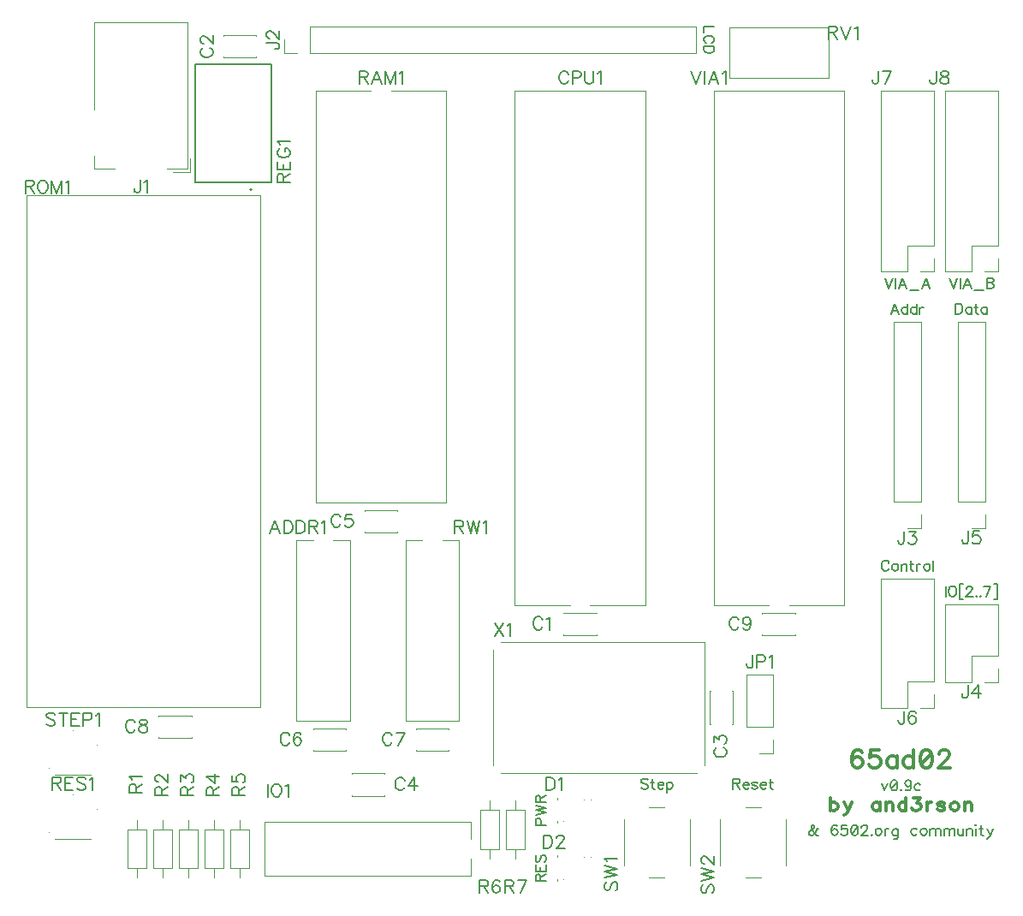
<source format=gbr>
%TF.GenerationSoftware,Novarm,DipTrace,4.3.0.4*%
%TF.CreationDate,2023-02-28T02:37:19+01:00*%
%FSLAX26Y26*%
%MOIN*%
%TF.FileFunction,Legend,Top*%
%TF.Part,Single*%
%ADD10C,0.004724*%
%ADD13C,0.011811*%
%ADD25C,0.005906*%
%ADD36C,0.005*%
%ADD37C,0.007874*%
%ADD83C,0.00772*%
%ADD85C,0.006251*%
G75*
G01*
%LPD*%
X1145669Y1597638D2*
D10*
X1654331D1*
X1145669Y3202362D2*
Y1597638D1*
X1360630Y3202362D2*
X1145669D1*
X1654331Y1597638D2*
Y3202362D1*
X1439370D1*
X1360630D2*
G02X1360630Y3202362I0J0D01*
G01*
X3204528Y3202559D2*
X2695866D1*
Y1197835D2*
X2910827D1*
X3204528D2*
Y3202559D1*
X2695866D2*
Y1197835D1*
X2989567D2*
X3204528D1*
X2989567D2*
G02X2989567Y1197835I0J0D01*
G01*
X3752362Y1498228D2*
X3700000D1*
X3752362Y1600591D2*
X3647638D1*
X3752362Y1550591D2*
Y1498228D1*
Y1600591D2*
Y2302953D1*
X3647638D1*
Y1600591D2*
Y2302953D1*
X2820472Y137205D2*
X2879528D1*
Y412795D2*
X2820472D1*
X2977953Y186417D2*
Y363583D1*
X2722047D2*
Y186417D1*
X1263780Y633465D2*
Y630906D1*
X1136220D2*
X1263780D1*
X1136220Y719094D2*
Y716535D1*
X1263780Y719094D2*
Y716535D1*
X1136220Y633465D2*
Y630906D1*
Y719094D2*
X1263780D1*
X129134Y287992D2*
X270866D1*
X108496Y316622D2*
G02X108496Y316622I0J0D01*
G01*
X292772Y404087D2*
G02X292772Y404087I0J0D01*
G01*
X200000Y463189D2*
G02X200000Y463189I0J0D01*
G01*
X270866Y287992D2*
G02X270866Y287992I0J0D01*
G01*
X1413780Y544094D2*
X1286220D1*
X1413780Y541535D2*
Y544094D1*
Y455906D2*
X1286220D1*
Y458465D1*
X1413780Y455906D2*
Y458465D1*
X1286220Y541535D2*
Y544094D1*
X3700197Y898228D2*
X3597835D1*
X3802559Y1000591D2*
Y1202953D1*
Y950591D2*
Y898228D1*
Y1202953D2*
X3597835D1*
X3700197Y1000591D2*
Y898228D1*
X3597835D2*
Y1202953D1*
X3802559Y1000591D2*
X3700197D1*
X3802559Y898228D2*
X3750197D1*
X2758071Y3449803D2*
Y3250197D1*
Y3449803D2*
X3142717D1*
Y3250197D1*
X2758071D2*
X3142717D1*
X1704331Y747638D2*
Y1452362D1*
X1560630D2*
X1495669D1*
Y747638D1*
X1704331D1*
Y1452362D2*
X1639370D1*
X1560630D2*
G02X1560630Y1452362I0J0D01*
G01*
X1920866Y3202559D2*
Y1197835D1*
X2429528D2*
Y3202559D1*
X1920866Y1197835D2*
X2135827D1*
X2214567D2*
X2429528D1*
Y3202559D2*
X1920866D1*
X2214567Y1197835D2*
G02X2214567Y1197835I0J0D01*
G01*
X750000Y137008D2*
Y174409D1*
X713780D2*
X786220D1*
X713780Y325591D2*
Y174409D1*
X786220Y325591D2*
X713780D1*
X750000Y362992D2*
Y325591D1*
X786220Y174409D2*
Y325591D1*
X1463780Y1483465D2*
Y1480906D1*
X1336220Y1569094D2*
Y1566535D1*
Y1569094D2*
X1463780D1*
X1336220Y1483465D2*
Y1480906D1*
X1463780Y1569094D2*
Y1566535D1*
X1336220Y1480906D2*
X1463780D1*
X1888780Y249409D2*
X1961220D1*
X1888780Y400591D2*
Y249409D1*
X1925000Y212008D2*
Y249409D1*
Y437992D2*
Y400591D1*
X1961220D2*
X1888780D1*
X1961220Y249409D2*
Y400591D1*
X1125000Y3452362D2*
X2627362D1*
X1125000Y3347638D2*
Y3452362D1*
X2627362Y3347638D2*
Y3452362D1*
X1075000Y3347638D2*
X1022638D1*
Y3400000D1*
X1125000Y3347638D2*
X2627362D1*
X929724Y802559D2*
Y2794685D1*
X20276D2*
Y2528543D1*
Y802559D1*
X929724D1*
Y2794685D2*
X20276D1*
X3552559Y2497441D2*
X3500197D1*
X3450197Y2599803D2*
Y2497441D1*
X3347835D2*
Y3202165D1*
X3552559Y2599803D2*
Y3202165D1*
Y2549803D2*
Y2497441D1*
Y3202165D2*
X3347835D1*
X3450197Y2497441D2*
X3347835D1*
X3552559Y2599803D2*
X3450197D1*
X3502362Y1497638D2*
X3450000D1*
X3502362Y1600000D2*
X3397638D1*
X3502362D2*
Y2302362D1*
X3397638D1*
X3502362Y1550000D2*
Y1497638D1*
X3397638Y1600000D2*
Y2302362D1*
X1838583Y1024409D2*
Y575591D1*
X1868110Y546063D2*
X2631890D1*
X2661417Y575591D2*
Y1053937D1*
X1868110D1*
G02X1868110Y1053937I0J0D01*
G01*
X2631890Y546063D2*
G02X2631890Y546063I0J0D01*
G01*
X1838583Y575591D2*
G02X1838583Y575591I0J0D01*
G01*
X2927362Y725591D2*
Y927953D1*
Y675591D2*
Y623228D1*
X2822638Y725591D2*
Y927953D1*
X2927362Y725591D2*
X2822638D1*
X2927362Y927953D2*
X2822638D1*
X2927362Y623228D2*
X2875000D1*
X2602953Y186417D2*
Y363583D1*
X2504528Y412795D2*
X2445472D1*
Y137205D2*
X2504528D1*
X2347047Y363583D2*
Y186417D1*
X3450000Y900000D2*
Y797638D1*
X3347638D2*
Y1302362D1*
X3552362Y900000D2*
X3450000D1*
X3552362Y850000D2*
Y797638D1*
Y900000D2*
Y1302362D1*
Y797638D2*
X3500000D1*
X3552362Y1302362D2*
X3347638D1*
X3450000Y797638D2*
X3347638D1*
X1663780Y719094D2*
X1536220D1*
X1663780Y630906D2*
Y633465D1*
Y716535D2*
Y719094D1*
X1536220Y716535D2*
Y719094D1*
X1663780Y630906D2*
X1536220D1*
Y633465D1*
X646102Y3468307D2*
Y2897441D1*
X283898Y3468307D2*
X646102D1*
X283898Y3129724D2*
Y3468307D1*
X590984Y2885630D2*
X657913D1*
X283898Y2897441D2*
Y2948622D1*
X657913Y2885630D2*
Y2936811D1*
X646102Y2897441D2*
X567362D1*
X362638D2*
X283898D1*
X677362Y3305315D2*
D36*
X972638D1*
Y2844685D2*
Y3305315D1*
X677362Y2844685D2*
Y3305315D1*
X972638Y2844685D2*
X677362D1*
X889961Y2817126D2*
D37*
G02X889961Y2817126I3937J0D01*
G01*
X1861220Y400591D2*
D10*
X1788780D1*
X1825000Y437992D2*
Y400591D1*
X1788780D2*
Y249409D1*
X1861220D2*
Y400591D1*
X1788780Y249409D2*
X1861220D1*
X1825000Y212008D2*
Y249409D1*
X650000Y362992D2*
Y325591D1*
Y137008D2*
Y174409D1*
X613780Y325591D2*
Y174409D1*
X686220D1*
Y325591D1*
X613780D1*
X486220Y174409D2*
Y325591D1*
X450000Y137008D2*
Y174409D1*
X486220Y325591D2*
X413780D1*
Y174409D2*
X486220D1*
X413780Y325591D2*
Y174409D1*
X450000Y362992D2*
Y325591D1*
X914567Y3330906D2*
Y3333465D1*
X787008Y3330906D2*
Y3333465D1*
X914567Y3416535D2*
Y3419094D1*
X787008Y3416535D2*
Y3419094D1*
X914567D2*
X787008D1*
X914567Y3330906D2*
X787008D1*
X3802559Y3202165D2*
X3597835D1*
X3802559Y2599803D2*
X3700197D1*
X3802559Y2549803D2*
Y2497441D1*
X3597835D2*
Y3202165D1*
X3802559Y2497441D2*
X3750197D1*
X3802559Y2599803D2*
Y3202165D1*
X3700197Y2599803D2*
Y2497441D1*
X3597835D1*
X535433Y769094D2*
Y766535D1*
Y683465D2*
Y680906D1*
Y769094D2*
X662992D1*
Y683465D2*
Y680906D1*
Y769094D2*
Y766535D1*
X535433Y680906D2*
X662992D1*
X1751772Y145276D2*
Y210236D1*
X947047Y145276D2*
X1751772D1*
Y353937D2*
X947047D1*
X1751772Y288976D2*
Y353937D1*
X947047D2*
Y145276D1*
X1751772Y288976D2*
G02X1751772Y288976I0J0D01*
G01*
X2088386Y223661D2*
Y217520D1*
Y132480D2*
Y126339D1*
X2190793Y217513D2*
G02X2190793Y217513I0J0D01*
G01*
X2108820Y132480D2*
G02X2108820Y132480I0J0D01*
G01*
X2088386Y126358D2*
G02X2088386Y126358I0J0D01*
G01*
X2215643Y217465D2*
G02X2215643Y217465I0J0D01*
G01*
X2088386Y448661D2*
Y442520D1*
Y357480D2*
Y351339D1*
Y351358D1*
X2108820Y357480D2*
G02X2108820Y357480I0J0D01*
G01*
X2190793Y442513D2*
G02X2190793Y442513I0J0D01*
G01*
X2215643Y442465D2*
G02X2215643Y442465I0J0D01*
G01*
X129134Y537992D2*
X270866D1*
X292772Y654087D2*
G02X292772Y654087I0J0D01*
G01*
X270866Y537992D2*
G02X270866Y537992I0J0D01*
G01*
X108496Y566622D2*
G02X108496Y566622I0J0D01*
G01*
X200000Y713189D2*
G02X200000Y713189I0J0D01*
G01*
X3012992Y1169094D2*
Y1166535D1*
Y1083465D2*
Y1080906D1*
X2885433D2*
X3012992D1*
X2885433Y1169094D2*
Y1166535D1*
Y1083465D2*
Y1080906D1*
Y1169094D2*
X3012992D1*
X513780Y325591D2*
Y174409D1*
X586220Y325591D2*
X513780D1*
X550000Y137008D2*
Y174409D1*
Y362992D2*
Y325591D1*
X586220Y174409D2*
Y325591D1*
X513780Y174409D2*
X586220D1*
X813780D2*
X886220D1*
Y325591D2*
X813780D1*
X886220Y174409D2*
Y325591D1*
X850000Y362992D2*
Y325591D1*
Y137008D2*
Y174409D1*
X813780Y325591D2*
Y174409D1*
X2238976Y1169291D2*
Y1166732D1*
Y1083661D2*
Y1081102D1*
X2111417Y1169291D2*
X2238976D1*
X2111417Y1081102D2*
X2238976D1*
X2111417Y1083661D2*
Y1081102D1*
Y1169291D2*
Y1166732D1*
X2680906Y736220D2*
Y863780D1*
X2683465D1*
X2769094Y736220D2*
Y863780D1*
X2766535Y736220D2*
X2769094D1*
X2766535Y863780D2*
X2769094D1*
X2680906Y736220D2*
X2683465D1*
X1279331Y1452362D2*
X1214370D1*
X1070669Y747638D2*
X1279331D1*
X1070669Y1452362D2*
Y747638D1*
X1135630Y1452362D2*
X1070669D1*
X1279331Y747638D2*
Y1452362D1*
X1135630D2*
G02X1135630Y1452362I0J0D01*
G01*
X3273866Y624326D2*
D13*
X3270539Y630980D1*
X3260480Y634308D1*
X3253825D1*
X3243766Y630980D1*
X3237034Y620921D1*
X3233707Y604208D1*
Y587494D1*
X3237034Y574108D1*
X3243766Y567376D1*
X3253825Y564049D1*
X3257152D1*
X3267134Y567376D1*
X3273866Y574108D1*
X3277193Y584167D1*
Y587494D1*
X3273866Y597553D1*
X3267134Y604208D1*
X3257152Y607535D1*
X3253825D1*
X3243766Y604208D1*
X3237034Y597553D1*
X3233707Y587494D1*
X3340974Y634308D2*
X3307547D1*
X3304220Y604208D1*
X3307547Y607535D1*
X3317606Y610940D1*
X3327588D1*
X3337647Y607535D1*
X3344379Y600881D1*
X3347706Y590822D1*
Y584167D1*
X3344379Y574108D1*
X3337647Y567376D1*
X3327588Y564049D1*
X3317606D1*
X3307547Y567376D1*
X3304220Y570781D1*
X3300815Y577435D1*
X3411487Y610940D2*
Y564049D1*
Y600881D2*
X3404832Y607613D1*
X3398100Y610940D1*
X3388119D1*
X3381387Y607613D1*
X3374732Y600881D1*
X3371328Y590822D1*
Y584167D1*
X3374732Y574108D1*
X3381387Y567454D1*
X3388119Y564049D1*
X3398100D1*
X3404832Y567454D1*
X3411487Y574108D1*
X3475268Y634385D2*
Y564049D1*
Y600881D2*
X3468613Y607613D1*
X3461881Y610940D1*
X3451822D1*
X3445168Y607613D1*
X3438436Y600881D1*
X3435109Y590822D1*
Y584167D1*
X3438436Y574108D1*
X3445168Y567454D1*
X3451822Y564049D1*
X3461881D1*
X3468613Y567454D1*
X3475268Y574108D1*
X3519008Y634308D2*
X3508949Y630980D1*
X3502217Y620921D1*
X3498890Y604208D1*
Y594149D1*
X3502217Y577435D1*
X3508949Y567376D1*
X3519008Y564049D1*
X3525662D1*
X3535721Y567376D1*
X3542376Y577435D1*
X3545780Y594149D1*
Y604208D1*
X3542376Y620921D1*
X3535721Y630980D1*
X3525662Y634308D1*
X3519008D1*
X3542376Y620921D2*
X3502217Y577435D1*
X3572807Y617594D2*
Y620921D1*
X3576134Y627653D1*
X3579461Y630980D1*
X3586193Y634308D1*
X3599579D1*
X3606234Y630980D1*
X3609561Y627653D1*
X3612966Y620921D1*
Y614267D1*
X3609561Y607535D1*
X3602907Y597553D1*
X3569402Y564049D1*
X3616293D1*
X3638289Y2372506D2*
D25*
Y2332314D1*
X3651686D1*
X3657434Y2334259D1*
X3661281Y2338062D1*
X3663182Y2341909D1*
X3665084Y2347612D1*
Y2357207D1*
X3663182Y2362955D1*
X3661281Y2366758D1*
X3657434Y2370604D1*
X3651686Y2372506D1*
X3638289D1*
X3699843Y2359108D2*
Y2332314D1*
Y2353360D2*
X3696040Y2357207D1*
X3692193Y2359108D1*
X3686489D1*
X3682643Y2357207D1*
X3678840Y2353360D1*
X3676895Y2347612D1*
Y2343810D1*
X3678840Y2338062D1*
X3682643Y2334259D1*
X3686489Y2332314D1*
X3692193D1*
X3696040Y2334259D1*
X3699843Y2338062D1*
X3717402Y2372506D2*
Y2339963D1*
X3719303Y2334259D1*
X3723150Y2332314D1*
X3726952D1*
X3711654Y2359108D2*
X3725051D1*
X3761711D2*
Y2332314D1*
Y2353360D2*
X3757909Y2357207D1*
X3754062Y2359108D1*
X3748358D1*
X3744511Y2357207D1*
X3740709Y2353360D1*
X3738763Y2347612D1*
Y2343810D1*
X3740709Y2338062D1*
X3744511Y2334259D1*
X3748358Y2332314D1*
X3754062D1*
X3757909Y2334259D1*
X3761711Y2338062D1*
X3102602Y329108D2*
D85*
X3100657D1*
X3098756Y327163D1*
X3096854Y323360D1*
X3093008Y313810D1*
X3089205Y308062D1*
X3085403Y304215D1*
X3081556Y302314D1*
X3073907D1*
X3070104Y304215D1*
X3068158Y306161D1*
X3066257Y309963D1*
Y313810D1*
X3068158Y317612D1*
X3070104Y319514D1*
X3083457Y327163D1*
X3085403Y329108D1*
X3087304Y332911D1*
Y336758D1*
X3085403Y340560D1*
X3081556Y342462D1*
X3077753Y340560D1*
X3075808Y336758D1*
Y332911D1*
X3077753Y327163D1*
X3081556Y321459D1*
X3091106Y308062D1*
X3094953Y304215D1*
X3098756Y302314D1*
X3102602D1*
X3177082Y336758D2*
X3175181Y340560D1*
X3169433Y342462D1*
X3165631D1*
X3159882Y340560D1*
X3156036Y334812D1*
X3154134Y325262D1*
Y315711D1*
X3156036Y308062D1*
X3159882Y304215D1*
X3165631Y302314D1*
X3167532D1*
X3173236Y304215D1*
X3177082Y308062D1*
X3178984Y313810D1*
Y315711D1*
X3177082Y321459D1*
X3173236Y325262D1*
X3167532Y327163D1*
X3165631D1*
X3159882Y325262D1*
X3156036Y321459D1*
X3154134Y315711D1*
X3214433Y342462D2*
X3195332D1*
X3193430Y325262D1*
X3195332Y327163D1*
X3201080Y329108D1*
X3206784D1*
X3212532Y327163D1*
X3216378Y323360D1*
X3218280Y317612D1*
Y313810D1*
X3216378Y308062D1*
X3212532Y304215D1*
X3206784Y302314D1*
X3201080D1*
X3195332Y304215D1*
X3193430Y306161D1*
X3191485Y309963D1*
X3242277Y342462D2*
X3236529Y340560D1*
X3232682Y334812D1*
X3230781Y325262D1*
Y319514D1*
X3232682Y309963D1*
X3236529Y304215D1*
X3242277Y302314D1*
X3246080D1*
X3251828Y304215D1*
X3255630Y309963D1*
X3257576Y319514D1*
Y325262D1*
X3255630Y334812D1*
X3251828Y340560D1*
X3246080Y342462D1*
X3242277D1*
X3255630Y334812D2*
X3232682Y309963D1*
X3272022Y332911D2*
Y334812D1*
X3273924Y338659D1*
X3275825Y340560D1*
X3279672Y342462D1*
X3287321D1*
X3291124Y340560D1*
X3293025Y338659D1*
X3294970Y334812D1*
Y331010D1*
X3293025Y327163D1*
X3289222Y321459D1*
X3270077Y302314D1*
X3296872D1*
X3311274Y306161D2*
X3309373Y304215D1*
X3311274Y302314D1*
X3313220Y304215D1*
X3311274Y306161D1*
X3335272Y329108D2*
X3331469Y327207D1*
X3327622Y323360D1*
X3325721Y317612D1*
Y313810D1*
X3327622Y308062D1*
X3331469Y304259D1*
X3335272Y302314D1*
X3341020D1*
X3344866Y304259D1*
X3348669Y308062D1*
X3350614Y313810D1*
Y317612D1*
X3348669Y323360D1*
X3344866Y327207D1*
X3341020Y329108D1*
X3335272D1*
X3363116D2*
Y302314D1*
Y317612D2*
X3365061Y323360D1*
X3368864Y327207D1*
X3372710Y329108D1*
X3378459D1*
X3413908Y327207D2*
Y296566D1*
X3412006Y290862D1*
X3410105Y288916D1*
X3406258Y287015D1*
X3400510D1*
X3396708Y288916D1*
X3413908Y321459D2*
X3410105Y325262D1*
X3406258Y327207D1*
X3400510D1*
X3396708Y325262D1*
X3392861Y321459D1*
X3390960Y315711D1*
Y311864D1*
X3392861Y306161D1*
X3396708Y302314D1*
X3400510Y300412D1*
X3406258D1*
X3410105Y302314D1*
X3413908Y306161D1*
X3488432Y323360D2*
X3484585Y327207D1*
X3480738Y329108D1*
X3475035D1*
X3471188Y327207D1*
X3467385Y323360D1*
X3465440Y317612D1*
Y313810D1*
X3467385Y308062D1*
X3471188Y304259D1*
X3475035Y302314D1*
X3480738D1*
X3484585Y304259D1*
X3488432Y308062D1*
X3510484Y329108D2*
X3506681Y327207D1*
X3502834Y323360D1*
X3500933Y317612D1*
Y313810D1*
X3502834Y308062D1*
X3506681Y304259D1*
X3510484Y302314D1*
X3516232D1*
X3520079Y304259D1*
X3523881Y308062D1*
X3525827Y313810D1*
Y317612D1*
X3523881Y323360D1*
X3520079Y327207D1*
X3516232Y329108D1*
X3510484D1*
X3538328D2*
Y302314D1*
Y321459D2*
X3544076Y327207D1*
X3547923Y329108D1*
X3553626D1*
X3557473Y327207D1*
X3559375Y321459D1*
Y302314D1*
Y321459D2*
X3565123Y327207D1*
X3568969Y329108D1*
X3574673D1*
X3578520Y327207D1*
X3580465Y321459D1*
Y302314D1*
X3592967Y329108D2*
Y302314D1*
Y321459D2*
X3598715Y327207D1*
X3602561Y329108D1*
X3608265D1*
X3612112Y327207D1*
X3614013Y321459D1*
Y302314D1*
Y321459D2*
X3619761Y327207D1*
X3623608Y329108D1*
X3629312D1*
X3633159Y327207D1*
X3635104Y321459D1*
Y302314D1*
X3647605Y329108D2*
Y309963D1*
X3649507Y304259D1*
X3653354Y302314D1*
X3659102D1*
X3662904Y304259D1*
X3668652Y309963D1*
Y329108D2*
Y302314D1*
X3681153Y329108D2*
Y302314D1*
Y321459D2*
X3686901Y327207D1*
X3690748Y329108D1*
X3696452D1*
X3700299Y327207D1*
X3702200Y321459D1*
Y302314D1*
X3714701Y342506D2*
X3716603Y340604D1*
X3718548Y342506D1*
X3716603Y344451D1*
X3714701Y342506D1*
X3716603Y329108D2*
Y302314D1*
X3736797Y342506D2*
Y309963D1*
X3738699Y304259D1*
X3742546Y302314D1*
X3746348D1*
X3731049Y329108D2*
X3744447D1*
X3760795D2*
X3772247Y302314D1*
X3768444Y294664D1*
X3764597Y290818D1*
X3760795Y288916D1*
X3758849D1*
X3783743Y329108D2*
X3772247Y302314D1*
X3378177Y1362955D2*
D25*
X3376276Y1366758D1*
X3372429Y1370604D1*
X3368627Y1372506D1*
X3360978D1*
X3357131Y1370604D1*
X3353328Y1366758D1*
X3351383Y1362955D1*
X3349482Y1357207D1*
Y1347612D1*
X3351383Y1341909D1*
X3353328Y1338062D1*
X3357131Y1334259D1*
X3360978Y1332314D1*
X3368627D1*
X3372429Y1334259D1*
X3376276Y1338062D1*
X3378177Y1341909D1*
X3399539Y1359108D2*
X3395737Y1357207D1*
X3391890Y1353360D1*
X3389988Y1347612D1*
Y1343810D1*
X3391890Y1338062D1*
X3395737Y1334259D1*
X3399539Y1332314D1*
X3405287D1*
X3409134Y1334259D1*
X3412936Y1338062D1*
X3414882Y1343810D1*
Y1347612D1*
X3412936Y1353360D1*
X3409134Y1357207D1*
X3405287Y1359108D1*
X3399539D1*
X3426693D2*
Y1332314D1*
Y1351459D2*
X3432441Y1357207D1*
X3436288Y1359108D1*
X3441992D1*
X3445838Y1357207D1*
X3447740Y1351459D1*
Y1332314D1*
X3465299Y1372506D2*
Y1339963D1*
X3467200Y1334259D1*
X3471047Y1332314D1*
X3474849D1*
X3459551Y1359108D2*
X3472948D1*
X3486660D2*
Y1332314D1*
Y1347612D2*
X3488606Y1353360D1*
X3492408Y1357207D1*
X3496255Y1359108D1*
X3502003D1*
X3523365D2*
X3519562Y1357207D1*
X3515715Y1353360D1*
X3513814Y1347612D1*
Y1343810D1*
X3515715Y1338062D1*
X3519562Y1334259D1*
X3523365Y1332314D1*
X3529113D1*
X3532959Y1334259D1*
X3536762Y1338062D1*
X3538707Y1343810D1*
Y1347612D1*
X3536762Y1353360D1*
X3532959Y1357207D1*
X3529113Y1359108D1*
X3523365D1*
X3550518Y1372506D2*
Y1332314D1*
X2023541Y342249D2*
Y359493D1*
X2021640Y365197D1*
X2019694Y367142D1*
X2015892Y369044D1*
X2010144D1*
X2006341Y367142D1*
X2004396Y365197D1*
X2002494Y359493D1*
Y342249D1*
X2042686D1*
X2002494Y380855D2*
X2042686Y390449D1*
X2002494Y400000D1*
X2042686Y409551D1*
X2002494Y419145D1*
X2021640Y430956D2*
Y448156D1*
X2019694Y453904D1*
X2017793Y455850D1*
X2013990Y457751D1*
X2010144D1*
X2006341Y455850D1*
X2004396Y453904D1*
X2002494Y448156D1*
Y430956D1*
X2042686D1*
X2021640Y444354D2*
X2042686Y457751D1*
X2021640Y123970D2*
Y141170D1*
X2019694Y146918D1*
X2017793Y148863D1*
X2013990Y150764D1*
X2010144D1*
X2006341Y148863D1*
X2004396Y146918D1*
X2002494Y141170D1*
Y123970D1*
X2042686D1*
X2021640Y137367D2*
X2042686Y150764D1*
X2002494Y187425D2*
Y162575D1*
X2042686D1*
Y187425D1*
X2021640Y162575D2*
Y177874D1*
X2008242Y226030D2*
X2004396Y222228D1*
X2002494Y216480D1*
Y208830D1*
X2004396Y203082D1*
X2008242Y199236D1*
X2012045D1*
X2015892Y201181D1*
X2017793Y203082D1*
X2019694Y206885D1*
X2023541Y218381D1*
X2025442Y222228D1*
X2027388Y224129D1*
X2031190Y226030D1*
X2036938D1*
X2040741Y222228D1*
X2042686Y216480D1*
Y208830D1*
X2040741Y203082D1*
X2036938Y199236D1*
X3349260Y504108D2*
D85*
X3360756Y477314D1*
X3372208Y504108D1*
X3396205Y517462D2*
X3390457Y515560D1*
X3386610Y509812D1*
X3384709Y500262D1*
Y494514D1*
X3386610Y484963D1*
X3390457Y479215D1*
X3396205Y477314D1*
X3400008D1*
X3405756Y479215D1*
X3409558Y484963D1*
X3411504Y494514D1*
Y500262D1*
X3409558Y509812D1*
X3405756Y515560D1*
X3400008Y517462D1*
X3396205D1*
X3409558Y509812D2*
X3386610Y484963D1*
X3425906Y481161D2*
X3424005Y479215D1*
X3425906Y477314D1*
X3427852Y479215D1*
X3425906Y481161D1*
X3465247Y504108D2*
X3463301Y498360D1*
X3459499Y494514D1*
X3453751Y492612D1*
X3451849D1*
X3446101Y494514D1*
X3442299Y498360D1*
X3440353Y504108D1*
Y506010D1*
X3442299Y511758D1*
X3446101Y515560D1*
X3451849Y517462D1*
X3453751D1*
X3459499Y515560D1*
X3463301Y511758D1*
X3465247Y504108D1*
Y494514D1*
X3463301Y484963D1*
X3459499Y479215D1*
X3453751Y477314D1*
X3449948D1*
X3444200Y479215D1*
X3442299Y483062D1*
X3500740Y498360D2*
X3496893Y502207D1*
X3493047Y504108D1*
X3487343D1*
X3483496Y502207D1*
X3479693Y498360D1*
X3477748Y492612D1*
Y488810D1*
X3479693Y483062D1*
X3483496Y479259D1*
X3487343Y477314D1*
X3493047D1*
X3496893Y479259D1*
X3500740Y483062D1*
X3416985Y2332314D2*
D25*
X3401642Y2372506D1*
X3386343Y2332314D1*
X3392091Y2345711D2*
X3411237D1*
X3451744Y2372506D2*
Y2332314D1*
Y2353360D2*
X3447941Y2357207D1*
X3444094Y2359108D1*
X3438346D1*
X3434544Y2357207D1*
X3430697Y2353360D1*
X3428796Y2347612D1*
Y2343810D1*
X3430697Y2338062D1*
X3434544Y2334259D1*
X3438346Y2332314D1*
X3444094D1*
X3447941Y2334259D1*
X3451744Y2338062D1*
X3486503Y2372506D2*
Y2332314D1*
Y2353360D2*
X3482700Y2357207D1*
X3478853Y2359108D1*
X3473105D1*
X3469303Y2357207D1*
X3465456Y2353360D1*
X3463555Y2347612D1*
Y2343810D1*
X3465456Y2338062D1*
X3469303Y2334259D1*
X3473105Y2332314D1*
X3478853D1*
X3482700Y2334259D1*
X3486503Y2338062D1*
X3498314Y2359108D2*
Y2332314D1*
Y2347612D2*
X3500259Y2353360D1*
X3504062Y2357207D1*
X3507909Y2359108D1*
X3513657D1*
X2771860Y503360D2*
X2789060D1*
X2794808Y505306D1*
X2796753Y507207D1*
X2798655Y511010D1*
Y514856D1*
X2796753Y518659D1*
X2794808Y520604D1*
X2789060Y522506D1*
X2771860D1*
Y482314D1*
X2785257Y503360D2*
X2798655Y482314D1*
X2810466Y497612D2*
X2833414D1*
Y501459D1*
X2831512Y505306D1*
X2829611Y507207D1*
X2825764Y509108D1*
X2820016D1*
X2816214Y507207D1*
X2812367Y503360D1*
X2810466Y497612D1*
Y493810D1*
X2812367Y488062D1*
X2816214Y484259D1*
X2820016Y482314D1*
X2825764D1*
X2829611Y484259D1*
X2833414Y488062D1*
X2866271Y503360D2*
X2864370Y507207D1*
X2858622Y509108D1*
X2852874D1*
X2847126Y507207D1*
X2845225Y503360D1*
X2847126Y499558D1*
X2850973Y497612D1*
X2860523Y495711D1*
X2864370Y493810D1*
X2866271Y489963D1*
Y488062D1*
X2864370Y484259D1*
X2858622Y482314D1*
X2852874D1*
X2847126Y484259D1*
X2845225Y488062D1*
X2878082Y497612D2*
X2901030D1*
Y501459D1*
X2899129Y505306D1*
X2897228Y507207D1*
X2893381Y509108D1*
X2887633D1*
X2883830Y507207D1*
X2879984Y503360D1*
X2878082Y497612D1*
Y493810D1*
X2879984Y488062D1*
X2883830Y484259D1*
X2887633Y482314D1*
X2893381D1*
X2897228Y484259D1*
X2901030Y488062D1*
X2918589Y522506D2*
Y489963D1*
X2920491Y484259D1*
X2924337Y482314D1*
X2928140D1*
X2912841Y509108D2*
X2926239D1*
X3362265Y2472506D2*
X3377564Y2432314D1*
X3392863Y2472506D1*
X3404674D2*
Y2432314D1*
X3447126D2*
X3431783Y2472506D1*
X3416485Y2432314D1*
X3422233Y2445711D2*
X3441378D1*
X3458937Y2425681D2*
X3495282D1*
X3537735Y2432314D2*
X3522392Y2472506D1*
X3507093Y2432314D1*
X3512841Y2445711D2*
X3531987D1*
X3614189Y2472506D2*
X3629487Y2432314D1*
X3644786Y2472506D1*
X3656597D2*
Y2432314D1*
X3699049D2*
X3683707Y2472506D1*
X3668408Y2432314D1*
X3674156Y2445711D2*
X3693301D1*
X3710860Y2425681D2*
X3747206D1*
X3759017Y2472506D2*
Y2432314D1*
X3776261D1*
X3782009Y2434259D1*
X3783910Y2436161D1*
X3785811Y2439963D1*
Y2445711D1*
X3783910Y2449558D1*
X3782009Y2451459D1*
X3776261Y2453360D1*
X3782009Y2455306D1*
X3783910Y2457207D1*
X3785811Y2461010D1*
Y2464856D1*
X3783910Y2468659D1*
X3782009Y2470604D1*
X3776261Y2472506D1*
X3759017D1*
Y2453360D2*
X3776261D1*
X2440061Y516758D2*
X2436259Y520604D1*
X2430511Y522506D1*
X2422862D1*
X2417114Y520604D1*
X2413267Y516758D1*
Y512955D1*
X2415212Y509108D1*
X2417114Y507207D1*
X2420916Y505306D1*
X2432412Y501459D1*
X2436259Y499558D1*
X2438160Y497612D1*
X2440061Y493810D1*
Y488062D1*
X2436259Y484259D1*
X2430511Y482314D1*
X2422862D1*
X2417114Y484259D1*
X2413267Y488062D1*
X2457621Y522506D2*
Y489963D1*
X2459522Y484259D1*
X2463369Y482314D1*
X2467171D1*
X2451873Y509108D2*
X2465270D1*
X2478982Y497612D2*
X2501930D1*
Y501459D1*
X2500029Y505306D1*
X2498127Y507207D1*
X2494281Y509108D1*
X2488533D1*
X2484730Y507207D1*
X2480883Y503360D1*
X2478982Y497612D1*
Y493810D1*
X2480883Y488062D1*
X2484730Y484259D1*
X2488533Y482314D1*
X2494281D1*
X2498127Y484259D1*
X2501930Y488062D1*
X2513741Y509108D2*
Y468916D1*
Y503360D2*
X2517588Y507163D1*
X2521390Y509108D1*
X2527138D1*
X2530985Y507163D1*
X2534788Y503360D1*
X2536733Y497612D1*
Y493766D1*
X2534788Y488062D1*
X2530985Y484215D1*
X2527138Y482314D1*
X2521390D1*
X2517588Y484215D1*
X2513741Y488062D1*
X3150366Y448132D2*
D13*
Y397892D1*
Y424200D2*
X3155175Y429009D1*
X3159928Y431386D1*
X3167113D1*
X3171866Y429009D1*
X3176675Y424200D1*
X3179051Y417015D1*
Y412262D1*
X3176675Y405077D1*
X3171866Y400324D1*
X3167113Y397892D1*
X3159928D1*
X3155175Y400324D1*
X3150366Y405077D1*
X3205105Y431386D2*
X3219420Y397892D1*
X3214667Y388331D1*
X3209858Y383522D1*
X3205105Y381146D1*
X3202673D1*
X3233790Y431386D2*
X3219420Y397892D1*
X3342881Y431386D2*
Y397892D1*
Y424200D2*
X3338128Y429009D1*
X3333319Y431386D1*
X3326189D1*
X3321381Y429009D1*
X3316628Y424200D1*
X3314196Y417015D1*
Y412262D1*
X3316628Y405077D1*
X3321381Y400324D1*
X3326189Y397892D1*
X3333319D1*
X3338128Y400324D1*
X3342881Y405077D1*
X3366503Y431386D2*
Y397892D1*
Y421824D2*
X3373688Y429009D1*
X3378496Y431386D1*
X3385626D1*
X3390435Y429009D1*
X3392811Y421824D1*
Y397892D1*
X3445118Y448132D2*
Y397892D1*
Y424200D2*
X3440365Y429009D1*
X3435556Y431386D1*
X3428371D1*
X3423618Y429009D1*
X3418810Y424200D1*
X3416433Y417015D1*
Y412262D1*
X3418810Y405077D1*
X3423618Y400324D1*
X3428371Y397892D1*
X3435556D1*
X3440365Y400324D1*
X3445118Y405077D1*
X3473549Y448077D2*
X3499802D1*
X3485487Y428954D1*
X3492672D1*
X3497425Y426577D1*
X3499802Y424200D1*
X3502233Y417015D1*
Y412262D1*
X3499802Y405077D1*
X3495048Y400269D1*
X3487863Y397892D1*
X3480678D1*
X3473549Y400269D1*
X3471172Y402701D1*
X3468740Y407454D1*
X3525856Y431386D2*
Y397892D1*
Y417015D2*
X3528287Y424200D1*
X3533041Y429009D1*
X3537849Y431386D1*
X3545034D1*
X3594964Y424200D2*
X3592588Y429009D1*
X3585403Y431386D1*
X3578218D1*
X3571033Y429009D1*
X3568656Y424200D1*
X3571033Y419447D1*
X3575841Y417015D1*
X3587779Y414639D1*
X3592588Y412262D1*
X3594964Y407454D1*
Y405077D1*
X3592588Y400324D1*
X3585403Y397892D1*
X3578218D1*
X3571033Y400324D1*
X3568656Y405077D1*
X3630525Y431386D2*
X3625772Y429009D1*
X3620963Y424200D1*
X3618586Y417015D1*
Y412262D1*
X3620963Y405077D1*
X3625772Y400324D1*
X3630525Y397892D1*
X3637710D1*
X3642518Y400324D1*
X3647271Y405077D1*
X3649703Y412262D1*
Y417015D1*
X3647271Y424200D1*
X3642518Y429009D1*
X3637710Y431386D1*
X3630525D1*
X3673325D2*
Y397892D1*
Y421824D2*
X3680510Y429009D1*
X3685319Y431386D1*
X3692449D1*
X3697257Y429009D1*
X3699634Y421824D1*
Y397892D1*
X1315824Y3254200D2*
D83*
X1337323D1*
X1344508Y3256632D1*
X1346940Y3259009D1*
X1349317Y3263762D1*
Y3268571D1*
X1346940Y3273324D1*
X1344508Y3275756D1*
X1337323Y3278132D1*
X1315824D1*
Y3227892D1*
X1332570Y3254200D2*
X1349317Y3227892D1*
X1403058D2*
X1383879Y3278132D1*
X1364756Y3227892D1*
X1371941Y3244639D2*
X1395873D1*
X1456744Y3227892D2*
Y3278132D1*
X1437620Y3227892D1*
X1418497Y3278132D1*
Y3227892D1*
X1472183Y3268515D2*
X1476991Y3270947D1*
X1484176Y3278077D1*
Y3227892D1*
X2607570Y3278132D2*
X2626693Y3227892D1*
X2645817Y3278132D1*
X2661256D2*
Y3227892D1*
X2714997D2*
X2695819Y3278132D1*
X2676695Y3227892D1*
X2683880Y3244639D2*
X2707812D1*
X2730436Y3268515D2*
X2735245Y3270947D1*
X2742430Y3278077D1*
Y3227892D1*
X3687500Y1486990D2*
Y1448744D1*
X3685123Y1441559D1*
X3682691Y1439182D1*
X3677938Y1436750D1*
X3673129D1*
X3668376Y1439182D1*
X3666000Y1441559D1*
X3663568Y1448744D1*
Y1453497D1*
X3731624Y1486935D2*
X3707747D1*
X3705371Y1465435D1*
X3707747Y1467812D1*
X3714932Y1470244D1*
X3722062D1*
X3729247Y1467812D1*
X3734056Y1463059D1*
X3736432Y1455874D1*
Y1451121D1*
X3734056Y1443935D1*
X3729247Y1439127D1*
X3722062Y1436750D1*
X3714932D1*
X3707747Y1439127D1*
X3705371Y1441559D1*
X3702939Y1446312D1*
X2654053Y110629D2*
X2649244Y105876D1*
X2646868Y98691D1*
Y89129D1*
X2649244Y81944D1*
X2654053Y77136D1*
X2658806D1*
X2663614Y79568D1*
X2665991Y81944D1*
X2668368Y86697D1*
X2673176Y101067D1*
X2675553Y105876D1*
X2677985Y108252D1*
X2682738Y110629D1*
X2689923D1*
X2694676Y105876D1*
X2697108Y98691D1*
Y89129D1*
X2694676Y81944D1*
X2689923Y77136D1*
X2646868Y126068D2*
X2697108Y138062D1*
X2646868Y150000D1*
X2697108Y161938D1*
X2646868Y173932D1*
X2658861Y191803D2*
X2656485D1*
X2651676Y194179D1*
X2649300Y196556D1*
X2646923Y201364D1*
Y210926D1*
X2649300Y215679D1*
X2651676Y218056D1*
X2656485Y220488D1*
X2661238D1*
X2666046Y218056D1*
X2673176Y213303D1*
X2697108Y189371D1*
Y222864D1*
X1044685Y691194D2*
X1042308Y695947D1*
X1037500Y700756D1*
X1032746Y703132D1*
X1023185D1*
X1018376Y700756D1*
X1013623Y695947D1*
X1011191Y691194D1*
X1008815Y684009D1*
Y672015D1*
X1011191Y664886D1*
X1013623Y660077D1*
X1018376Y655324D1*
X1023185Y652892D1*
X1032746D1*
X1037500Y655324D1*
X1042308Y660077D1*
X1044685Y664886D1*
X1088809Y695947D2*
X1086432Y700700D1*
X1079247Y703077D1*
X1074494D1*
X1067309Y700700D1*
X1062500Y693515D1*
X1060124Y681577D1*
Y669639D1*
X1062500Y660077D1*
X1067309Y655269D1*
X1074494Y652892D1*
X1076871D1*
X1084000Y655269D1*
X1088809Y660077D1*
X1091185Y667262D1*
Y669639D1*
X1088809Y676824D1*
X1084000Y681577D1*
X1076871Y683954D1*
X1074494D1*
X1067309Y681577D1*
X1062500Y676824D1*
X1060124Y669639D1*
X121820Y505185D2*
X143320D1*
X150505Y507617D1*
X152937Y509993D1*
X155314Y514746D1*
Y519555D1*
X152937Y524308D1*
X150505Y526740D1*
X143320Y529116D1*
X121820D1*
Y478876D1*
X138567Y505185D2*
X155314Y478876D1*
X201814Y529116D2*
X170753D1*
Y478876D1*
X201814D1*
X170753Y505185D2*
X189876D1*
X250747Y521931D2*
X245994Y526740D1*
X238809Y529116D1*
X229247D1*
X222062Y526740D1*
X217254Y521931D1*
Y517178D1*
X219685Y512370D1*
X222062Y509993D1*
X226815Y507617D1*
X241185Y502808D1*
X245994Y500432D1*
X248370Y498000D1*
X250747Y493247D1*
Y486061D1*
X245994Y481308D1*
X238809Y478876D1*
X229247D1*
X222062Y481308D1*
X217254Y486061D1*
X266186Y519500D2*
X270995Y521931D1*
X278180Y529061D1*
Y478876D1*
X1492280Y516194D2*
X1489904Y520947D1*
X1485095Y525756D1*
X1480342Y528132D1*
X1470781D1*
X1465972Y525756D1*
X1461219Y520947D1*
X1458787Y516194D1*
X1456410Y509009D1*
Y497015D1*
X1458787Y489886D1*
X1461219Y485077D1*
X1465972Y480324D1*
X1470781Y477892D1*
X1480342D1*
X1485095Y480324D1*
X1489904Y485077D1*
X1492280Y489886D1*
X1531651Y477892D2*
Y528077D1*
X1507720Y494639D1*
X1543590D1*
X3599324Y1272506D2*
D25*
Y1232314D1*
X3622631Y1272506D2*
X3618784Y1270604D1*
X3614982Y1266758D1*
X3613036Y1262955D1*
X3611135Y1257207D1*
Y1247612D1*
X3613036Y1241909D1*
X3614982Y1238062D1*
X3618784Y1234259D1*
X3622631Y1232314D1*
X3630280D1*
X3634083Y1234259D1*
X3637930Y1238062D1*
X3639831Y1241909D1*
X3641732Y1247612D1*
Y1257207D1*
X3639831Y1262955D1*
X3637930Y1266758D1*
X3634083Y1270604D1*
X3630280Y1272506D1*
X3622631D1*
X3666941Y1282985D2*
X3653543D1*
Y1221790D1*
X3666941D1*
X3680697Y1262911D2*
Y1264812D1*
X3682598Y1268659D1*
X3684500Y1270560D1*
X3688346Y1272462D1*
X3695996D1*
X3699798Y1270560D1*
X3701700Y1268659D1*
X3703645Y1264812D1*
Y1261010D1*
X3701700Y1257163D1*
X3697897Y1251459D1*
X3678752Y1232314D1*
X3705546D1*
X3719259Y1236161D2*
X3717357Y1234215D1*
X3719259Y1232314D1*
X3721204Y1234215D1*
X3719259Y1236161D1*
X3734916D2*
X3733015Y1234215D1*
X3734916Y1232314D1*
X3736862Y1234215D1*
X3734916Y1236161D1*
X3756322Y1232314D2*
X3775468Y1272462D1*
X3748673D1*
X3787279Y1282985D2*
X3800676D1*
Y1221790D1*
X3787279D1*
X3686508Y886990D2*
D83*
Y848744D1*
X3684132Y841559D1*
X3681700Y839182D1*
X3676946Y836750D1*
X3672138D1*
X3667385Y839182D1*
X3665008Y841559D1*
X3662576Y848744D1*
Y853497D1*
X3725879Y836750D2*
Y886935D1*
X3701947Y853497D1*
X3737817D1*
X3142694Y3429200D2*
X3164194D1*
X3171379Y3431632D1*
X3173811Y3434009D1*
X3176187Y3438762D1*
Y3443571D1*
X3173811Y3448324D1*
X3171379Y3450756D1*
X3164194Y3453132D1*
X3142694D1*
Y3402892D1*
X3159441Y3429200D2*
X3176187Y3402892D1*
X3191627Y3453132D2*
X3210750Y3402892D1*
X3229873Y3453132D1*
X3245312Y3443515D2*
X3250121Y3445947D1*
X3257306Y3453077D1*
Y3402892D1*
X1687886Y1504200D2*
X1709385D1*
X1716571Y1506632D1*
X1719002Y1509009D1*
X1721379Y1513762D1*
Y1518571D1*
X1719002Y1523324D1*
X1716571Y1525756D1*
X1709385Y1528132D1*
X1687886D1*
Y1477892D1*
X1704632Y1504200D2*
X1721379Y1477892D1*
X1736818Y1528132D2*
X1748812Y1477892D1*
X1760750Y1528132D1*
X1772688Y1477892D1*
X1784682Y1528132D1*
X1800121Y1518515D2*
X1804929Y1520947D1*
X1812114Y1528077D1*
Y1477892D1*
X2130483Y3266391D2*
X2128106Y3271144D1*
X2123298Y3275952D1*
X2118545Y3278329D1*
X2108983D1*
X2104175Y3275952D1*
X2099421Y3271144D1*
X2096990Y3266391D1*
X2094613Y3259206D1*
Y3247212D1*
X2096990Y3240083D1*
X2099421Y3235274D1*
X2104175Y3230521D1*
X2108983Y3228089D1*
X2118545D1*
X2123298Y3230521D1*
X2128106Y3235274D1*
X2130483Y3240083D1*
X2145922Y3252021D2*
X2167477D1*
X2174607Y3254397D1*
X2177039Y3256829D1*
X2179415Y3261582D1*
Y3268767D1*
X2177039Y3273521D1*
X2174607Y3275952D1*
X2167477Y3278329D1*
X2145922D1*
Y3228089D1*
X2194855Y3278329D2*
Y3242459D1*
X2197231Y3235274D1*
X2202040Y3230521D1*
X2209225Y3228089D1*
X2213978D1*
X2221163Y3230521D1*
X2225971Y3235274D1*
X2228348Y3242459D1*
Y3278329D1*
X2243787Y3268712D2*
X2248596Y3271144D1*
X2255781Y3278274D1*
Y3228089D1*
X745800Y457599D2*
Y479099D1*
X743368Y486284D1*
X740991Y488715D1*
X736238Y491092D1*
X731429D1*
X726676Y488715D1*
X724244Y486284D1*
X721868Y479099D1*
Y457599D1*
X772108D1*
X745800Y474345D2*
X772108Y491092D1*
Y530463D2*
X721923D1*
X755361Y506531D1*
Y542401D1*
X1243469Y1541194D2*
X1241092Y1545947D1*
X1236284Y1550756D1*
X1231530Y1553132D1*
X1221969D1*
X1217160Y1550756D1*
X1212407Y1545947D1*
X1209975Y1541194D1*
X1207599Y1534009D1*
Y1522015D1*
X1209975Y1514886D1*
X1212407Y1510077D1*
X1217160Y1505324D1*
X1221969Y1502892D1*
X1231530D1*
X1236284Y1505324D1*
X1241092Y1510077D1*
X1243469Y1514886D1*
X1287593Y1553077D2*
X1263716D1*
X1261340Y1531577D1*
X1263716Y1533954D1*
X1270901Y1536386D1*
X1278031D1*
X1285216Y1533954D1*
X1290025Y1529200D1*
X1292401Y1522015D1*
Y1517262D1*
X1290025Y1510077D1*
X1285216Y1505269D1*
X1278031Y1502892D1*
X1270901D1*
X1263716Y1505269D1*
X1261340Y1507701D1*
X1258908Y1512454D1*
X1883787Y104200D2*
X1905287D1*
X1912472Y106632D1*
X1914904Y109009D1*
X1917280Y113762D1*
Y118571D1*
X1914904Y123324D1*
X1912472Y125756D1*
X1905287Y128132D1*
X1883787D1*
Y77892D1*
X1900534Y104200D2*
X1917280Y77892D1*
X1942281D2*
X1966213Y128077D1*
X1932720D1*
X2697506Y3451030D2*
D25*
X2657314D1*
Y3428082D1*
X2687955Y3387575D2*
X2691758Y3389477D1*
X2695604Y3393323D1*
X2697506Y3397126D1*
Y3404775D1*
X2695604Y3408622D1*
X2691758Y3412425D1*
X2687955Y3414370D1*
X2682207Y3416271D1*
X2672612D1*
X2666909Y3414370D1*
X2663062Y3412425D1*
X2659259Y3408622D1*
X2657314Y3404775D1*
Y3397126D1*
X2659259Y3393323D1*
X2663062Y3389477D1*
X2666909Y3387575D1*
X2697506Y3375764D2*
X2657314D1*
Y3362367D1*
X2659259Y3356619D1*
X2663062Y3352772D1*
X2666909Y3350871D1*
X2672612Y3348970D1*
X2682207D1*
X2687955Y3350871D1*
X2691758Y3352772D1*
X2695604Y3356619D1*
X2697506Y3362367D1*
Y3375764D1*
X955136Y3387500D2*
D83*
X993382D1*
X1000567Y3385123D1*
X1002944Y3382691D1*
X1005376Y3377938D1*
Y3373129D1*
X1002944Y3368376D1*
X1000567Y3366000D1*
X993382Y3363568D1*
X988629D1*
X967129Y3405371D2*
X964752D1*
X959944Y3407747D1*
X957567Y3410124D1*
X955191Y3414932D1*
Y3424494D1*
X957567Y3429247D1*
X959944Y3431624D1*
X964752Y3434056D1*
X969506D1*
X974314Y3431624D1*
X981444Y3426871D1*
X1005376Y3402939D1*
Y3436432D1*
X15851Y2829200D2*
X37351D1*
X44536Y2831632D1*
X46968Y2834009D1*
X49345Y2838762D1*
Y2843571D1*
X46968Y2848324D1*
X44536Y2850756D1*
X37351Y2853132D1*
X15851D1*
Y2802892D1*
X32598Y2829200D2*
X49345Y2802892D1*
X79154Y2853132D2*
X74345Y2850756D1*
X69592Y2845947D1*
X67160Y2841194D1*
X64784Y2834009D1*
Y2822015D1*
X67160Y2814886D1*
X69592Y2810077D1*
X74345Y2805324D1*
X79154Y2802892D1*
X88715D1*
X93469Y2805324D1*
X98277Y2810077D1*
X100654Y2814886D1*
X103030Y2822015D1*
Y2834009D1*
X100654Y2841194D1*
X98277Y2845947D1*
X93469Y2850756D1*
X88715Y2853132D1*
X79154D1*
X156716Y2802892D2*
Y2853132D1*
X137593Y2802892D1*
X118470Y2853132D1*
Y2802892D1*
X172155Y2843515D2*
X176964Y2845947D1*
X184149Y2853077D1*
Y2802892D1*
X3337500Y3278132D2*
Y3239886D1*
X3335123Y3232701D1*
X3332691Y3230324D1*
X3327938Y3227892D1*
X3323129D1*
X3318376Y3230324D1*
X3316000Y3232701D1*
X3313568Y3239886D1*
Y3244639D1*
X3362500Y3227892D2*
X3386432Y3278077D1*
X3352939D1*
X3437500Y1486400D2*
Y1448153D1*
X3435123Y1440968D1*
X3432691Y1438592D1*
X3427938Y1436160D1*
X3423129D1*
X3418376Y1438592D1*
X3416000Y1440968D1*
X3413568Y1448153D1*
Y1452907D1*
X3457747Y1486345D2*
X3484000D1*
X3469685Y1467221D1*
X3476871D1*
X3481624Y1464845D1*
X3484000Y1462468D1*
X3486432Y1455283D1*
Y1450530D1*
X3484000Y1443345D1*
X3479247Y1438536D1*
X3472062Y1436160D1*
X3464877D1*
X3457747Y1438536D1*
X3455371Y1440968D1*
X3452939Y1445722D1*
X1844537Y1128132D2*
X1878030Y1077892D1*
Y1128132D2*
X1844537Y1077892D1*
X1893470Y1118515D2*
X1898278Y1120947D1*
X1905463Y1128077D1*
Y1077892D1*
X2848783Y1004313D2*
Y966067D1*
X2846407Y958882D1*
X2843975Y956505D1*
X2839222Y954073D1*
X2834413D1*
X2829660Y956505D1*
X2827283Y958882D1*
X2824851Y966067D1*
Y970820D1*
X2864222Y978005D2*
X2885778D1*
X2892907Y980382D1*
X2895339Y982813D1*
X2897716Y987567D1*
Y994752D1*
X2895339Y999505D1*
X2892907Y1001937D1*
X2885778Y1004313D1*
X2864222D1*
Y954073D1*
X2913155Y994696D2*
X2917963Y997128D1*
X2925149Y1004258D1*
Y954073D1*
X2279053Y121379D2*
X2274244Y116626D1*
X2271868Y109441D1*
Y99879D1*
X2274244Y92694D1*
X2279053Y87886D1*
X2283806D1*
X2288614Y90317D1*
X2290991Y92694D1*
X2293368Y97447D1*
X2298176Y111817D1*
X2300553Y116626D1*
X2302985Y119002D1*
X2307738Y121379D1*
X2314923D1*
X2319676Y116626D1*
X2322108Y109441D1*
Y99879D1*
X2319676Y92694D1*
X2314923Y87886D1*
X2271868Y136818D2*
X2322108Y148812D1*
X2271868Y160750D1*
X2322108Y172688D1*
X2271868Y184682D1*
X2281485Y200121D2*
X2279053Y204929D1*
X2271923Y212114D1*
X2322108D1*
X3438715Y786400D2*
Y748153D1*
X3436339Y740968D1*
X3433907Y738592D1*
X3429154Y736160D1*
X3424345D1*
X3419592Y738592D1*
X3417216Y740968D1*
X3414784Y748153D1*
Y752907D1*
X3482840Y779215D2*
X3480463Y783968D1*
X3473278Y786345D1*
X3468525D1*
X3461340Y783968D1*
X3456531Y776783D1*
X3454155Y764845D1*
Y752907D1*
X3456531Y743345D1*
X3461340Y738536D1*
X3468525Y736160D1*
X3470901D1*
X3478031Y738536D1*
X3482840Y743345D1*
X3485216Y750530D1*
Y752907D1*
X3482840Y760092D1*
X3478031Y764845D1*
X3470901Y767221D1*
X3468525D1*
X3461340Y764845D1*
X3456531Y760092D1*
X3454155Y752907D1*
X1443469Y691194D2*
X1441092Y695947D1*
X1436284Y700756D1*
X1431530Y703132D1*
X1421969D1*
X1417160Y700756D1*
X1412407Y695947D1*
X1409975Y691194D1*
X1407599Y684009D1*
Y672015D1*
X1409975Y664886D1*
X1412407Y660077D1*
X1417160Y655324D1*
X1421969Y652892D1*
X1431530D1*
X1436284Y655324D1*
X1441092Y660077D1*
X1443469Y664886D1*
X1468470Y652892D2*
X1492401Y703077D1*
X1458908D1*
X463249Y2854707D2*
Y2816460D1*
X460873Y2809275D1*
X458441Y2806899D1*
X453688Y2804467D1*
X448879D1*
X444126Y2806899D1*
X441750Y2809275D1*
X439318Y2816460D1*
Y2821214D1*
X478689Y2845090D2*
X483497Y2847522D1*
X490682Y2854652D1*
Y2804467D1*
X1020800Y2845632D2*
Y2867132D1*
X1018368Y2874317D1*
X1015991Y2876749D1*
X1011238Y2879125D1*
X1006429D1*
X1001676Y2876749D1*
X999244Y2874317D1*
X996868Y2867132D1*
Y2845632D1*
X1047108D1*
X1020800Y2862379D2*
X1047108Y2879125D1*
X996868Y2925626D2*
Y2894565D1*
X1047108D1*
Y2925626D1*
X1020800Y2894565D2*
Y2913688D1*
X1008806Y2976935D2*
X1004053Y2974559D1*
X999244Y2969750D1*
X996868Y2964997D1*
Y2955435D1*
X999244Y2950627D1*
X1004053Y2945874D1*
X1008806Y2943442D1*
X1015991Y2941065D1*
X1027985D1*
X1035114Y2943442D1*
X1039923Y2945874D1*
X1044676Y2950627D1*
X1047108Y2955435D1*
Y2964997D1*
X1044676Y2969750D1*
X1039923Y2974559D1*
X1035114Y2976935D1*
X1027985D1*
Y2964997D1*
X1006485Y2992374D2*
X1004053Y2997183D1*
X996923Y3004368D1*
X1047108D1*
X1785003Y104200D2*
X1806503D1*
X1813688Y106632D1*
X1816120Y109009D1*
X1818496Y113762D1*
Y118571D1*
X1816120Y123324D1*
X1813688Y125756D1*
X1806503Y128132D1*
X1785003D1*
Y77892D1*
X1801750Y104200D2*
X1818496Y77892D1*
X1862620Y120947D2*
X1860244Y125700D1*
X1853059Y128077D1*
X1848306D1*
X1841121Y125700D1*
X1836312Y118515D1*
X1833936Y106577D1*
Y94639D1*
X1836312Y85077D1*
X1841121Y80269D1*
X1848306Y77892D1*
X1850682D1*
X1857812Y80269D1*
X1862620Y85077D1*
X1864997Y92262D1*
Y94639D1*
X1862620Y101824D1*
X1857812Y106577D1*
X1850682Y108954D1*
X1848306D1*
X1841121Y106577D1*
X1836312Y101824D1*
X1833936Y94639D1*
X645800Y458787D2*
Y480287D1*
X643368Y487472D1*
X640991Y489904D1*
X636238Y492280D1*
X631429D1*
X626676Y489904D1*
X624244Y487472D1*
X621868Y480287D1*
Y458787D1*
X672108D1*
X645800Y475534D2*
X672108Y492280D1*
X621923Y512528D2*
Y538781D1*
X641046Y524466D1*
Y531651D1*
X643423Y536405D1*
X645800Y538781D1*
X652985Y541213D1*
X657738D1*
X664923Y538781D1*
X669731Y534028D1*
X672108Y526843D1*
Y519658D1*
X669731Y512528D1*
X667299Y510151D1*
X662546Y507720D1*
X445800Y469537D2*
Y491037D1*
X443368Y498222D1*
X440991Y500654D1*
X436238Y503030D1*
X431429D1*
X426676Y500654D1*
X424244Y498222D1*
X421868Y491037D1*
Y469537D1*
X472108D1*
X445800Y486284D2*
X472108Y503030D1*
X431485Y518470D2*
X429053Y523278D1*
X421923Y530463D1*
X472108D1*
X708806Y3368469D2*
X704053Y3366092D1*
X699244Y3361284D1*
X696868Y3356530D1*
Y3346969D1*
X699244Y3342160D1*
X704053Y3337407D1*
X708806Y3334975D1*
X715991Y3332599D1*
X727985D1*
X735114Y3334975D1*
X739923Y3337407D1*
X744676Y3342160D1*
X747108Y3346969D1*
Y3356530D1*
X744676Y3361284D1*
X739923Y3366092D1*
X735114Y3368469D1*
X708861Y3386340D2*
X706485D1*
X701676Y3388716D1*
X699300Y3391093D1*
X696923Y3395901D1*
Y3405463D1*
X699300Y3410216D1*
X701676Y3412593D1*
X706485Y3415025D1*
X711238D1*
X716046Y3412593D1*
X723176Y3407840D1*
X747108Y3383908D1*
Y3417401D1*
X3562527Y3278132D2*
Y3239886D1*
X3560151Y3232701D1*
X3557719Y3230324D1*
X3552966Y3227892D1*
X3548157D1*
X3543404Y3230324D1*
X3541027Y3232701D1*
X3538595Y3239886D1*
Y3244639D1*
X3589905Y3278077D2*
X3582775Y3275700D1*
X3580343Y3270947D1*
Y3266139D1*
X3582775Y3261386D1*
X3587528Y3258954D1*
X3597090Y3256577D1*
X3604275Y3254200D1*
X3609028Y3249392D1*
X3611405Y3244639D1*
Y3237454D1*
X3609028Y3232701D1*
X3606651Y3230269D1*
X3599466Y3227892D1*
X3589905D1*
X3582775Y3230269D1*
X3580343Y3232701D1*
X3577966Y3237454D1*
Y3244639D1*
X3580343Y3249392D1*
X3585151Y3254200D1*
X3592281Y3256577D1*
X3601843Y3258954D1*
X3606651Y3261386D1*
X3609028Y3266139D1*
Y3270947D1*
X3606651Y3275700D1*
X3599466Y3278077D1*
X3589905D1*
X442709Y741194D2*
X440332Y745947D1*
X435524Y750756D1*
X430771Y753132D1*
X421209D1*
X416401Y750756D1*
X411647Y745947D1*
X409216Y741194D1*
X406839Y734009D1*
Y722015D1*
X409216Y714886D1*
X411647Y710077D1*
X416401Y705324D1*
X421209Y702892D1*
X430771D1*
X435524Y705324D1*
X440332Y710077D1*
X442709Y714886D1*
X470086Y753077D2*
X462957Y750700D1*
X460525Y745947D1*
Y741139D1*
X462957Y736386D1*
X467710Y733954D1*
X477271Y731577D1*
X484456Y729200D1*
X489210Y724392D1*
X491586Y719639D1*
Y712454D1*
X489210Y707701D1*
X486833Y705269D1*
X479648Y702892D1*
X470086D1*
X462957Y705269D1*
X460525Y707701D1*
X458148Y712454D1*
Y719639D1*
X460525Y724392D1*
X465333Y729200D1*
X472463Y731577D1*
X482025Y733954D1*
X486833Y736386D1*
X489210Y741139D1*
Y745947D1*
X486833Y750700D1*
X479648Y753077D1*
X470086D1*
X959441Y503132D2*
Y452892D1*
X989250Y503132D2*
X984442Y500756D1*
X979688Y495947D1*
X977257Y491194D1*
X974880Y484009D1*
Y472015D1*
X977257Y464886D1*
X979688Y460077D1*
X984442Y455324D1*
X989250Y452892D1*
X998812D1*
X1003565Y455324D1*
X1008373Y460077D1*
X1010750Y464886D1*
X1013127Y472015D1*
Y484009D1*
X1010750Y491194D1*
X1008373Y495947D1*
X1003565Y500756D1*
X998812Y503132D1*
X989250D1*
X1028566Y493515D2*
X1033374Y495947D1*
X1040559Y503077D1*
Y452892D1*
X2033787Y303132D2*
Y252892D1*
X2050534D1*
X2057719Y255324D1*
X2062527Y260077D1*
X2064904Y264886D1*
X2067280Y272015D1*
Y284009D1*
X2064904Y291194D1*
X2062527Y295947D1*
X2057719Y300756D1*
X2050534Y303132D1*
X2033787D1*
X2085151Y291139D2*
Y293515D1*
X2087528Y298324D1*
X2089905Y300700D1*
X2094713Y303077D1*
X2104275D1*
X2109028Y300700D1*
X2111405Y298324D1*
X2113836Y293515D1*
Y288762D1*
X2111405Y283954D1*
X2106651Y276824D1*
X2082720Y252892D1*
X2116213D1*
X2044537Y528132D2*
Y477892D1*
X2061284D1*
X2068469Y480324D1*
X2073277Y485077D1*
X2075654Y489886D1*
X2078030Y497015D1*
Y509009D1*
X2075654Y516194D1*
X2073277Y520947D1*
X2068469Y525756D1*
X2061284Y528132D1*
X2044537D1*
X2093470Y518515D2*
X2098278Y520947D1*
X2105463Y528077D1*
Y477892D1*
X130847Y771931D2*
X126094Y776740D1*
X118909Y779116D1*
X109348D1*
X102162Y776740D1*
X97354Y771931D1*
Y767178D1*
X99786Y762370D1*
X102162Y759993D1*
X106916Y757617D1*
X121286Y752808D1*
X126094Y750432D1*
X128471Y748000D1*
X130847Y743247D1*
Y736061D1*
X126094Y731308D1*
X118909Y728876D1*
X109348D1*
X102162Y731308D1*
X97354Y736061D1*
X163033Y779116D2*
Y728876D1*
X146287Y779116D2*
X179780D1*
X226281D2*
X195219D1*
Y728876D1*
X226281D1*
X195219Y755185D2*
X214342D1*
X241720Y752808D2*
X263275D1*
X270405Y755185D1*
X272837Y757617D1*
X275213Y762370D1*
Y769555D1*
X272837Y774308D1*
X270405Y776740D1*
X263275Y779116D1*
X241720D1*
Y728876D1*
X290652Y769500D2*
X295461Y771931D1*
X302646Y779061D1*
Y728876D1*
X2793870Y1141194D2*
X2791493Y1145947D1*
X2786685Y1150756D1*
X2781931Y1153132D1*
X2772370D1*
X2767561Y1150756D1*
X2762808Y1145947D1*
X2760376Y1141194D1*
X2758000Y1134009D1*
Y1122015D1*
X2760376Y1114886D1*
X2762808Y1110077D1*
X2767561Y1105324D1*
X2772370Y1102892D1*
X2781931D1*
X2786685Y1105324D1*
X2791493Y1110077D1*
X2793870Y1114886D1*
X2840426Y1136386D2*
X2837994Y1129200D1*
X2833241Y1124392D1*
X2826055Y1122015D1*
X2823679D1*
X2816494Y1124392D1*
X2811741Y1129200D1*
X2809309Y1136386D1*
Y1138762D1*
X2811741Y1145947D1*
X2816494Y1150700D1*
X2823679Y1153077D1*
X2826055D1*
X2833241Y1150700D1*
X2837994Y1145947D1*
X2840426Y1136386D1*
Y1124392D1*
X2837994Y1112454D1*
X2833241Y1105269D1*
X2826055Y1102892D1*
X2821302D1*
X2814117Y1105269D1*
X2811741Y1110077D1*
X545800Y458787D2*
Y480287D1*
X543368Y487472D1*
X540991Y489904D1*
X536238Y492280D1*
X531429D1*
X526676Y489904D1*
X524244Y487472D1*
X521868Y480287D1*
Y458787D1*
X572108D1*
X545800Y475534D2*
X572108Y492280D1*
X533861Y510151D2*
X531485D1*
X526676Y512528D1*
X524300Y514905D1*
X521923Y519713D1*
Y529275D1*
X524300Y534028D1*
X526676Y536405D1*
X531485Y538836D1*
X536238D1*
X541046Y536405D1*
X548176Y531651D1*
X572108Y507720D1*
Y541213D1*
X845800Y458787D2*
Y480287D1*
X843368Y487472D1*
X840991Y489904D1*
X836238Y492280D1*
X831429D1*
X826676Y489904D1*
X824244Y487472D1*
X821868Y480287D1*
Y458787D1*
X872108D1*
X845800Y475534D2*
X872108Y492280D1*
X821923Y536405D2*
Y512528D1*
X843423Y510151D1*
X841046Y512528D1*
X838614Y519713D1*
Y526843D1*
X841046Y534028D1*
X845800Y538836D1*
X852985Y541213D1*
X857738D1*
X864923Y538836D1*
X869731Y534028D1*
X872108Y526843D1*
Y519713D1*
X869731Y512528D1*
X867299Y510151D1*
X862546Y507720D1*
X2029415Y1141391D2*
X2027039Y1146144D1*
X2022230Y1150952D1*
X2017477Y1153329D1*
X2007916D1*
X2003107Y1150952D1*
X1998354Y1146144D1*
X1995922Y1141391D1*
X1993546Y1134206D1*
Y1122212D1*
X1995922Y1115083D1*
X1998354Y1110274D1*
X2003107Y1105521D1*
X2007916Y1103089D1*
X2017477D1*
X2022230Y1105521D1*
X2027039Y1110274D1*
X2029415Y1115083D1*
X2044855Y1143712D2*
X2049663Y1146144D1*
X2056848Y1153274D1*
Y1103089D1*
X2708806Y643469D2*
X2704053Y641092D1*
X2699244Y636284D1*
X2696868Y631530D1*
Y621969D1*
X2699244Y617160D1*
X2704053Y612407D1*
X2708806Y609975D1*
X2715991Y607599D1*
X2727985D1*
X2735114Y609975D1*
X2739923Y612407D1*
X2744676Y617160D1*
X2747108Y621969D1*
Y631530D1*
X2744676Y636284D1*
X2739923Y641092D1*
X2735114Y643469D1*
X2696923Y663716D2*
Y689969D1*
X2716046Y675655D1*
Y682840D1*
X2718423Y687593D1*
X2720800Y689969D1*
X2727985Y692401D1*
X2732738D1*
X2739923Y689969D1*
X2744731Y685216D1*
X2747108Y678031D1*
Y670846D1*
X2744731Y663716D1*
X2742299Y661340D1*
X2737546Y658908D1*
X1007036Y1477892D2*
X987857Y1528132D1*
X968734Y1477892D1*
X975919Y1494639D2*
X999851D1*
X1022475Y1528132D2*
Y1477892D1*
X1039222D1*
X1046407Y1480324D1*
X1051215Y1485077D1*
X1053592Y1489886D1*
X1055968Y1497015D1*
Y1509009D1*
X1053592Y1516194D1*
X1051215Y1520947D1*
X1046407Y1525756D1*
X1039222Y1528132D1*
X1022475D1*
X1071407D2*
Y1477892D1*
X1088154D1*
X1095339Y1480324D1*
X1100148Y1485077D1*
X1102524Y1489886D1*
X1104901Y1497015D1*
Y1509009D1*
X1102524Y1516194D1*
X1100148Y1520947D1*
X1095339Y1525756D1*
X1088154Y1528132D1*
X1071407D1*
X1120340Y1504200D2*
X1141840D1*
X1149025Y1506632D1*
X1151457Y1509009D1*
X1153833Y1513762D1*
Y1518571D1*
X1151457Y1523324D1*
X1149025Y1525756D1*
X1141840Y1528132D1*
X1120340D1*
Y1477892D1*
X1137087Y1504200D2*
X1153833Y1477892D1*
X1169273Y1518515D2*
X1174081Y1520947D1*
X1181266Y1528077D1*
Y1477892D1*
M02*

</source>
